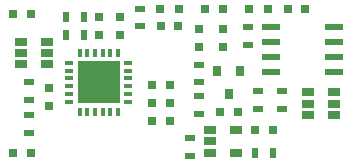
<source format=gbr>
G04 #@! TF.FileFunction,Paste,Top*
%FSLAX46Y46*%
G04 Gerber Fmt 4.6, Leading zero omitted, Abs format (unit mm)*
G04 Created by KiCad (PCBNEW 4.0.5) date Monday, February 13, 2017 'AMt' 09:35:04 AM*
%MOMM*%
%LPD*%
G01*
G04 APERTURE LIST*
%ADD10C,0.100000*%
%ADD11R,0.750000X0.800000*%
%ADD12R,0.800000X0.750000*%
%ADD13R,0.800000X0.900000*%
%ADD14R,0.800000X0.800000*%
%ADD15R,1.060000X0.650000*%
%ADD16R,0.500000X0.900000*%
%ADD17R,0.900000X0.500000*%
%ADD18R,0.300000X0.800000*%
%ADD19R,0.800000X0.300000*%
%ADD20R,3.600000X3.600000*%
%ADD21R,1.550000X0.600000*%
G04 APERTURE END LIST*
D10*
D11*
X103000000Y-68750000D03*
X103000000Y-67250000D03*
X107000000Y-62500000D03*
X107000000Y-64000000D03*
D12*
X114500000Y-60750000D03*
X116000000Y-60750000D03*
X103750000Y-62250000D03*
X105250000Y-62250000D03*
X104500000Y-70250000D03*
X103000000Y-70250000D03*
X91250000Y-61250000D03*
X92750000Y-61250000D03*
D11*
X100300000Y-61500000D03*
X100300000Y-63000000D03*
X109050000Y-62500000D03*
X109050000Y-64000000D03*
X104500000Y-68750000D03*
X104500000Y-67250000D03*
D12*
X108750000Y-69500000D03*
X110250000Y-69500000D03*
D11*
X94250000Y-69000000D03*
X94250000Y-67500000D03*
X98500000Y-61500000D03*
X98500000Y-63000000D03*
D12*
X113250000Y-71000000D03*
X111750000Y-71000000D03*
X107500000Y-60750000D03*
X109000000Y-60750000D03*
D13*
X110450000Y-66000000D03*
X108550000Y-66000000D03*
X109500000Y-68000000D03*
D14*
X103700000Y-60750000D03*
X105300000Y-60750000D03*
X111200000Y-60750000D03*
X112800000Y-60750000D03*
D15*
X91900000Y-63550000D03*
X91900000Y-64500000D03*
X91900000Y-65450000D03*
X94100000Y-65450000D03*
X94100000Y-63550000D03*
X94100000Y-64500000D03*
X116200000Y-67850000D03*
X116200000Y-68800000D03*
X116200000Y-69750000D03*
X118400000Y-69750000D03*
X118400000Y-67850000D03*
X118400000Y-68800000D03*
D16*
X95750000Y-61500000D03*
X97250000Y-61500000D03*
X95750000Y-63000000D03*
X97250000Y-63000000D03*
D17*
X107000000Y-68150000D03*
X107000000Y-69650000D03*
X106250000Y-71750000D03*
X106250000Y-73250000D03*
X107000000Y-67000000D03*
X107000000Y-65500000D03*
D16*
X111750000Y-73000000D03*
X113250000Y-73000000D03*
D17*
X92600000Y-71250000D03*
X92600000Y-69750000D03*
X92600000Y-67000000D03*
X92600000Y-68500000D03*
X112000000Y-69250000D03*
X112000000Y-67750000D03*
X102000000Y-62250000D03*
X102000000Y-60750000D03*
X111150000Y-63850000D03*
X111150000Y-62350000D03*
X114000000Y-67750000D03*
X114000000Y-69250000D03*
D18*
X96875000Y-69500000D03*
X97525000Y-69500000D03*
X98175000Y-69500000D03*
X98825000Y-69500000D03*
X99475000Y-69500000D03*
X100125000Y-69500000D03*
D19*
X101000000Y-68625000D03*
X101000000Y-67975000D03*
X101000000Y-67325000D03*
X101000000Y-66675000D03*
X101000000Y-66025000D03*
X101000000Y-65375000D03*
D18*
X100125000Y-64500000D03*
X99475000Y-64500000D03*
X98825000Y-64500000D03*
X98175000Y-64500000D03*
X97525000Y-64500000D03*
X96875000Y-64500000D03*
D19*
X96000000Y-65375000D03*
X96000000Y-66025000D03*
X96000000Y-66675000D03*
X96000000Y-67325000D03*
X96000000Y-67975000D03*
X96000000Y-68625000D03*
D20*
X98500000Y-67000000D03*
D15*
X107900000Y-71050000D03*
X107900000Y-72000000D03*
X107900000Y-72950000D03*
X110100000Y-72950000D03*
X110100000Y-71050000D03*
D21*
X113050000Y-62345000D03*
X113050000Y-63615000D03*
X113050000Y-64885000D03*
X113050000Y-66155000D03*
X118450000Y-66155000D03*
X118450000Y-64885000D03*
X118450000Y-63615000D03*
X118450000Y-62345000D03*
D12*
X91250000Y-73000000D03*
X92750000Y-73000000D03*
M02*

</source>
